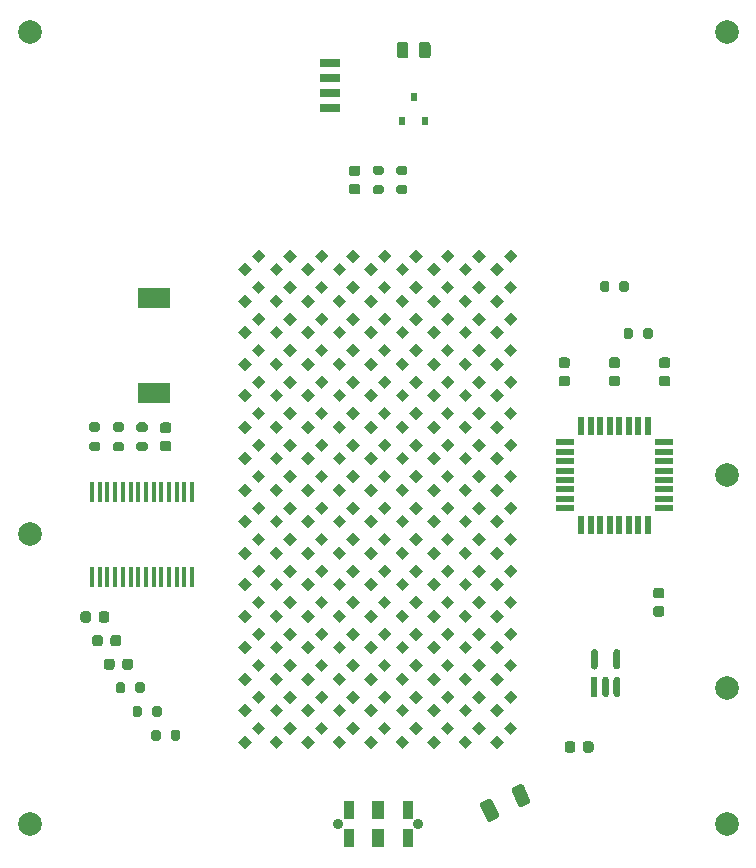
<source format=gbr>
%TF.GenerationSoftware,KiCad,Pcbnew,(5.1.12-1-10_14)*%
%TF.CreationDate,2021-12-01T14:47:09-05:00*%
%TF.ProjectId,blinky,626c696e-6b79-42e6-9b69-6361645f7063,rev?*%
%TF.SameCoordinates,Original*%
%TF.FileFunction,Soldermask,Top*%
%TF.FilePolarity,Negative*%
%FSLAX46Y46*%
G04 Gerber Fmt 4.6, Leading zero omitted, Abs format (unit mm)*
G04 Created by KiCad (PCBNEW (5.1.12-1-10_14)) date 2021-12-01 14:47:09*
%MOMM*%
%LPD*%
G01*
G04 APERTURE LIST*
%ADD10R,0.950000X1.550000*%
%ADD11R,1.000000X1.600000*%
%ADD12C,0.900000*%
%ADD13R,1.800000X0.800000*%
%ADD14C,0.100000*%
%ADD15R,1.500000X0.550000*%
%ADD16R,0.550000X1.500000*%
%ADD17C,2.000000*%
%ADD18R,0.450000X1.750000*%
%ADD19R,0.609807X1.755639*%
%ADD20R,2.692400X1.701800*%
%ADD21R,0.600000X0.700000*%
G04 APERTURE END LIST*
D10*
%TO.C,SW2*%
X192500000Y-109300000D03*
D11*
X190000000Y-109300000D03*
D10*
X187500000Y-109300000D03*
X187500000Y-111700000D03*
D11*
X190000000Y-111700000D03*
D10*
X192500000Y-111700000D03*
D12*
X193400000Y-110500000D03*
X186600000Y-110500000D03*
%TD*%
D13*
%TO.C,U3*%
X185945900Y-46095000D03*
X185945900Y-47365000D03*
X185945900Y-48635000D03*
X185945900Y-49905000D03*
%TD*%
D14*
%TO.C,D3.3*%
G36*
X194705424Y-69475634D02*
G01*
X194139739Y-68909949D01*
X194705424Y-68344264D01*
X195271109Y-68909949D01*
X194705424Y-69475634D01*
G37*
G36*
X195870000Y-68329017D02*
G01*
X195304315Y-67763332D01*
X195870000Y-67197647D01*
X196435685Y-67763332D01*
X195870000Y-68329017D01*
G37*
%TD*%
%TO.C,D9.14*%
G36*
X178705424Y-98808960D02*
G01*
X178139739Y-98243275D01*
X178705424Y-97677590D01*
X179271109Y-98243275D01*
X178705424Y-98808960D01*
G37*
G36*
X179870000Y-97662343D02*
G01*
X179304315Y-97096658D01*
X179870000Y-96530973D01*
X180435685Y-97096658D01*
X179870000Y-97662343D01*
G37*
%TD*%
%TO.C,D9.13*%
G36*
X178705424Y-96142294D02*
G01*
X178139739Y-95576609D01*
X178705424Y-95010924D01*
X179271109Y-95576609D01*
X178705424Y-96142294D01*
G37*
G36*
X179870000Y-94995677D02*
G01*
X179304315Y-94429992D01*
X179870000Y-93864307D01*
X180435685Y-94429992D01*
X179870000Y-94995677D01*
G37*
%TD*%
%TO.C,D9.12*%
G36*
X178705424Y-93475628D02*
G01*
X178139739Y-92909943D01*
X178705424Y-92344258D01*
X179271109Y-92909943D01*
X178705424Y-93475628D01*
G37*
G36*
X179870000Y-92329011D02*
G01*
X179304315Y-91763326D01*
X179870000Y-91197641D01*
X180435685Y-91763326D01*
X179870000Y-92329011D01*
G37*
%TD*%
%TO.C,D9.1*%
G36*
X178705424Y-64142302D02*
G01*
X178139739Y-63576617D01*
X178705424Y-63010932D01*
X179271109Y-63576617D01*
X178705424Y-64142302D01*
G37*
G36*
X179870000Y-62995685D02*
G01*
X179304315Y-62430000D01*
X179870000Y-61864315D01*
X180435685Y-62430000D01*
X179870000Y-62995685D01*
G37*
%TD*%
%TO.C,D9.2*%
G36*
X178705424Y-66808968D02*
G01*
X178139739Y-66243283D01*
X178705424Y-65677598D01*
X179271109Y-66243283D01*
X178705424Y-66808968D01*
G37*
G36*
X179870000Y-65662351D02*
G01*
X179304315Y-65096666D01*
X179870000Y-64530981D01*
X180435685Y-65096666D01*
X179870000Y-65662351D01*
G37*
%TD*%
%TO.C,D9.3*%
G36*
X178705424Y-69475634D02*
G01*
X178139739Y-68909949D01*
X178705424Y-68344264D01*
X179271109Y-68909949D01*
X178705424Y-69475634D01*
G37*
G36*
X179870000Y-68329017D02*
G01*
X179304315Y-67763332D01*
X179870000Y-67197647D01*
X180435685Y-67763332D01*
X179870000Y-68329017D01*
G37*
%TD*%
%TO.C,D9.4*%
G36*
X178705424Y-72142300D02*
G01*
X178139739Y-71576615D01*
X178705424Y-71010930D01*
X179271109Y-71576615D01*
X178705424Y-72142300D01*
G37*
G36*
X179870000Y-70995683D02*
G01*
X179304315Y-70429998D01*
X179870000Y-69864313D01*
X180435685Y-70429998D01*
X179870000Y-70995683D01*
G37*
%TD*%
%TO.C,D9.5*%
G36*
X178705424Y-74808966D02*
G01*
X178139739Y-74243281D01*
X178705424Y-73677596D01*
X179271109Y-74243281D01*
X178705424Y-74808966D01*
G37*
G36*
X179870000Y-73662349D02*
G01*
X179304315Y-73096664D01*
X179870000Y-72530979D01*
X180435685Y-73096664D01*
X179870000Y-73662349D01*
G37*
%TD*%
%TO.C,D9.15*%
G36*
X178705424Y-101475626D02*
G01*
X178139739Y-100909941D01*
X178705424Y-100344256D01*
X179271109Y-100909941D01*
X178705424Y-101475626D01*
G37*
G36*
X179870000Y-100329009D02*
G01*
X179304315Y-99763324D01*
X179870000Y-99197639D01*
X180435685Y-99763324D01*
X179870000Y-100329009D01*
G37*
%TD*%
%TO.C,D9.6*%
G36*
X178705424Y-77475632D02*
G01*
X178139739Y-76909947D01*
X178705424Y-76344262D01*
X179271109Y-76909947D01*
X178705424Y-77475632D01*
G37*
G36*
X179870000Y-76329015D02*
G01*
X179304315Y-75763330D01*
X179870000Y-75197645D01*
X180435685Y-75763330D01*
X179870000Y-76329015D01*
G37*
%TD*%
%TO.C,D9.7*%
G36*
X178705424Y-80142298D02*
G01*
X178139739Y-79576613D01*
X178705424Y-79010928D01*
X179271109Y-79576613D01*
X178705424Y-80142298D01*
G37*
G36*
X179870000Y-78995681D02*
G01*
X179304315Y-78429996D01*
X179870000Y-77864311D01*
X180435685Y-78429996D01*
X179870000Y-78995681D01*
G37*
%TD*%
%TO.C,D9.8*%
G36*
X178705424Y-82808964D02*
G01*
X178139739Y-82243279D01*
X178705424Y-81677594D01*
X179271109Y-82243279D01*
X178705424Y-82808964D01*
G37*
G36*
X179870000Y-81662347D02*
G01*
X179304315Y-81096662D01*
X179870000Y-80530977D01*
X180435685Y-81096662D01*
X179870000Y-81662347D01*
G37*
%TD*%
%TO.C,D9.9*%
G36*
X178705424Y-85475630D02*
G01*
X178139739Y-84909945D01*
X178705424Y-84344260D01*
X179271109Y-84909945D01*
X178705424Y-85475630D01*
G37*
G36*
X179870000Y-84329013D02*
G01*
X179304315Y-83763328D01*
X179870000Y-83197643D01*
X180435685Y-83763328D01*
X179870000Y-84329013D01*
G37*
%TD*%
%TO.C,D9.10*%
G36*
X178705424Y-88142296D02*
G01*
X178139739Y-87576611D01*
X178705424Y-87010926D01*
X179271109Y-87576611D01*
X178705424Y-88142296D01*
G37*
G36*
X179870000Y-86995679D02*
G01*
X179304315Y-86429994D01*
X179870000Y-85864309D01*
X180435685Y-86429994D01*
X179870000Y-86995679D01*
G37*
%TD*%
%TO.C,D9.11*%
G36*
X178705424Y-90808962D02*
G01*
X178139739Y-90243277D01*
X178705424Y-89677592D01*
X179271109Y-90243277D01*
X178705424Y-90808962D01*
G37*
G36*
X179870000Y-89662345D02*
G01*
X179304315Y-89096660D01*
X179870000Y-88530975D01*
X180435685Y-89096660D01*
X179870000Y-89662345D01*
G37*
%TD*%
%TO.C,D9.16*%
G36*
X178705424Y-104142292D02*
G01*
X178139739Y-103576607D01*
X178705424Y-103010922D01*
X179271109Y-103576607D01*
X178705424Y-104142292D01*
G37*
G36*
X179870000Y-102995675D02*
G01*
X179304315Y-102429990D01*
X179870000Y-101864305D01*
X180435685Y-102429990D01*
X179870000Y-102995675D01*
G37*
%TD*%
%TO.C,D8.14*%
G36*
X181375424Y-98808960D02*
G01*
X180809739Y-98243275D01*
X181375424Y-97677590D01*
X181941109Y-98243275D01*
X181375424Y-98808960D01*
G37*
G36*
X182540000Y-97662343D02*
G01*
X181974315Y-97096658D01*
X182540000Y-96530973D01*
X183105685Y-97096658D01*
X182540000Y-97662343D01*
G37*
%TD*%
%TO.C,D8.13*%
G36*
X181375424Y-96142294D02*
G01*
X180809739Y-95576609D01*
X181375424Y-95010924D01*
X181941109Y-95576609D01*
X181375424Y-96142294D01*
G37*
G36*
X182540000Y-94995677D02*
G01*
X181974315Y-94429992D01*
X182540000Y-93864307D01*
X183105685Y-94429992D01*
X182540000Y-94995677D01*
G37*
%TD*%
%TO.C,D8.12*%
G36*
X181375424Y-93475628D02*
G01*
X180809739Y-92909943D01*
X181375424Y-92344258D01*
X181941109Y-92909943D01*
X181375424Y-93475628D01*
G37*
G36*
X182540000Y-92329011D02*
G01*
X181974315Y-91763326D01*
X182540000Y-91197641D01*
X183105685Y-91763326D01*
X182540000Y-92329011D01*
G37*
%TD*%
%TO.C,D8.1*%
G36*
X181375424Y-64142302D02*
G01*
X180809739Y-63576617D01*
X181375424Y-63010932D01*
X181941109Y-63576617D01*
X181375424Y-64142302D01*
G37*
G36*
X182540000Y-62995685D02*
G01*
X181974315Y-62430000D01*
X182540000Y-61864315D01*
X183105685Y-62430000D01*
X182540000Y-62995685D01*
G37*
%TD*%
%TO.C,D8.2*%
G36*
X181375424Y-66808968D02*
G01*
X180809739Y-66243283D01*
X181375424Y-65677598D01*
X181941109Y-66243283D01*
X181375424Y-66808968D01*
G37*
G36*
X182540000Y-65662351D02*
G01*
X181974315Y-65096666D01*
X182540000Y-64530981D01*
X183105685Y-65096666D01*
X182540000Y-65662351D01*
G37*
%TD*%
%TO.C,D8.3*%
G36*
X181375424Y-69475634D02*
G01*
X180809739Y-68909949D01*
X181375424Y-68344264D01*
X181941109Y-68909949D01*
X181375424Y-69475634D01*
G37*
G36*
X182540000Y-68329017D02*
G01*
X181974315Y-67763332D01*
X182540000Y-67197647D01*
X183105685Y-67763332D01*
X182540000Y-68329017D01*
G37*
%TD*%
%TO.C,D8.4*%
G36*
X181375424Y-72142300D02*
G01*
X180809739Y-71576615D01*
X181375424Y-71010930D01*
X181941109Y-71576615D01*
X181375424Y-72142300D01*
G37*
G36*
X182540000Y-70995683D02*
G01*
X181974315Y-70429998D01*
X182540000Y-69864313D01*
X183105685Y-70429998D01*
X182540000Y-70995683D01*
G37*
%TD*%
%TO.C,D8.5*%
G36*
X181375424Y-74808966D02*
G01*
X180809739Y-74243281D01*
X181375424Y-73677596D01*
X181941109Y-74243281D01*
X181375424Y-74808966D01*
G37*
G36*
X182540000Y-73662349D02*
G01*
X181974315Y-73096664D01*
X182540000Y-72530979D01*
X183105685Y-73096664D01*
X182540000Y-73662349D01*
G37*
%TD*%
%TO.C,D8.15*%
G36*
X181375424Y-101475626D02*
G01*
X180809739Y-100909941D01*
X181375424Y-100344256D01*
X181941109Y-100909941D01*
X181375424Y-101475626D01*
G37*
G36*
X182540000Y-100329009D02*
G01*
X181974315Y-99763324D01*
X182540000Y-99197639D01*
X183105685Y-99763324D01*
X182540000Y-100329009D01*
G37*
%TD*%
%TO.C,D8.6*%
G36*
X181375424Y-77475632D02*
G01*
X180809739Y-76909947D01*
X181375424Y-76344262D01*
X181941109Y-76909947D01*
X181375424Y-77475632D01*
G37*
G36*
X182540000Y-76329015D02*
G01*
X181974315Y-75763330D01*
X182540000Y-75197645D01*
X183105685Y-75763330D01*
X182540000Y-76329015D01*
G37*
%TD*%
%TO.C,D8.7*%
G36*
X181375424Y-80142298D02*
G01*
X180809739Y-79576613D01*
X181375424Y-79010928D01*
X181941109Y-79576613D01*
X181375424Y-80142298D01*
G37*
G36*
X182540000Y-78995681D02*
G01*
X181974315Y-78429996D01*
X182540000Y-77864311D01*
X183105685Y-78429996D01*
X182540000Y-78995681D01*
G37*
%TD*%
%TO.C,D8.8*%
G36*
X181375424Y-82808964D02*
G01*
X180809739Y-82243279D01*
X181375424Y-81677594D01*
X181941109Y-82243279D01*
X181375424Y-82808964D01*
G37*
G36*
X182540000Y-81662347D02*
G01*
X181974315Y-81096662D01*
X182540000Y-80530977D01*
X183105685Y-81096662D01*
X182540000Y-81662347D01*
G37*
%TD*%
%TO.C,D8.9*%
G36*
X181375424Y-85475630D02*
G01*
X180809739Y-84909945D01*
X181375424Y-84344260D01*
X181941109Y-84909945D01*
X181375424Y-85475630D01*
G37*
G36*
X182540000Y-84329013D02*
G01*
X181974315Y-83763328D01*
X182540000Y-83197643D01*
X183105685Y-83763328D01*
X182540000Y-84329013D01*
G37*
%TD*%
%TO.C,D8.10*%
G36*
X181375424Y-88142296D02*
G01*
X180809739Y-87576611D01*
X181375424Y-87010926D01*
X181941109Y-87576611D01*
X181375424Y-88142296D01*
G37*
G36*
X182540000Y-86995679D02*
G01*
X181974315Y-86429994D01*
X182540000Y-85864309D01*
X183105685Y-86429994D01*
X182540000Y-86995679D01*
G37*
%TD*%
%TO.C,D8.11*%
G36*
X181375424Y-90808962D02*
G01*
X180809739Y-90243277D01*
X181375424Y-89677592D01*
X181941109Y-90243277D01*
X181375424Y-90808962D01*
G37*
G36*
X182540000Y-89662345D02*
G01*
X181974315Y-89096660D01*
X182540000Y-88530975D01*
X183105685Y-89096660D01*
X182540000Y-89662345D01*
G37*
%TD*%
%TO.C,D8.16*%
G36*
X181375424Y-104142292D02*
G01*
X180809739Y-103576607D01*
X181375424Y-103010922D01*
X181941109Y-103576607D01*
X181375424Y-104142292D01*
G37*
G36*
X182540000Y-102995675D02*
G01*
X181974315Y-102429990D01*
X182540000Y-101864305D01*
X183105685Y-102429990D01*
X182540000Y-102995675D01*
G37*
%TD*%
%TO.C,D7.14*%
G36*
X184045424Y-98808960D02*
G01*
X183479739Y-98243275D01*
X184045424Y-97677590D01*
X184611109Y-98243275D01*
X184045424Y-98808960D01*
G37*
G36*
X185210000Y-97662343D02*
G01*
X184644315Y-97096658D01*
X185210000Y-96530973D01*
X185775685Y-97096658D01*
X185210000Y-97662343D01*
G37*
%TD*%
%TO.C,D7.13*%
G36*
X184045424Y-96142294D02*
G01*
X183479739Y-95576609D01*
X184045424Y-95010924D01*
X184611109Y-95576609D01*
X184045424Y-96142294D01*
G37*
G36*
X185210000Y-94995677D02*
G01*
X184644315Y-94429992D01*
X185210000Y-93864307D01*
X185775685Y-94429992D01*
X185210000Y-94995677D01*
G37*
%TD*%
%TO.C,D7.12*%
G36*
X184045424Y-93475628D02*
G01*
X183479739Y-92909943D01*
X184045424Y-92344258D01*
X184611109Y-92909943D01*
X184045424Y-93475628D01*
G37*
G36*
X185210000Y-92329011D02*
G01*
X184644315Y-91763326D01*
X185210000Y-91197641D01*
X185775685Y-91763326D01*
X185210000Y-92329011D01*
G37*
%TD*%
%TO.C,D7.1*%
G36*
X184045424Y-64142302D02*
G01*
X183479739Y-63576617D01*
X184045424Y-63010932D01*
X184611109Y-63576617D01*
X184045424Y-64142302D01*
G37*
G36*
X185210000Y-62995685D02*
G01*
X184644315Y-62430000D01*
X185210000Y-61864315D01*
X185775685Y-62430000D01*
X185210000Y-62995685D01*
G37*
%TD*%
%TO.C,D7.2*%
G36*
X184045424Y-66808968D02*
G01*
X183479739Y-66243283D01*
X184045424Y-65677598D01*
X184611109Y-66243283D01*
X184045424Y-66808968D01*
G37*
G36*
X185210000Y-65662351D02*
G01*
X184644315Y-65096666D01*
X185210000Y-64530981D01*
X185775685Y-65096666D01*
X185210000Y-65662351D01*
G37*
%TD*%
%TO.C,D7.3*%
G36*
X184045424Y-69475634D02*
G01*
X183479739Y-68909949D01*
X184045424Y-68344264D01*
X184611109Y-68909949D01*
X184045424Y-69475634D01*
G37*
G36*
X185210000Y-68329017D02*
G01*
X184644315Y-67763332D01*
X185210000Y-67197647D01*
X185775685Y-67763332D01*
X185210000Y-68329017D01*
G37*
%TD*%
%TO.C,D7.4*%
G36*
X184045424Y-72142300D02*
G01*
X183479739Y-71576615D01*
X184045424Y-71010930D01*
X184611109Y-71576615D01*
X184045424Y-72142300D01*
G37*
G36*
X185210000Y-70995683D02*
G01*
X184644315Y-70429998D01*
X185210000Y-69864313D01*
X185775685Y-70429998D01*
X185210000Y-70995683D01*
G37*
%TD*%
%TO.C,D7.5*%
G36*
X184045424Y-74808966D02*
G01*
X183479739Y-74243281D01*
X184045424Y-73677596D01*
X184611109Y-74243281D01*
X184045424Y-74808966D01*
G37*
G36*
X185210000Y-73662349D02*
G01*
X184644315Y-73096664D01*
X185210000Y-72530979D01*
X185775685Y-73096664D01*
X185210000Y-73662349D01*
G37*
%TD*%
%TO.C,D7.15*%
G36*
X184045424Y-101475626D02*
G01*
X183479739Y-100909941D01*
X184045424Y-100344256D01*
X184611109Y-100909941D01*
X184045424Y-101475626D01*
G37*
G36*
X185210000Y-100329009D02*
G01*
X184644315Y-99763324D01*
X185210000Y-99197639D01*
X185775685Y-99763324D01*
X185210000Y-100329009D01*
G37*
%TD*%
%TO.C,D7.6*%
G36*
X184045424Y-77475632D02*
G01*
X183479739Y-76909947D01*
X184045424Y-76344262D01*
X184611109Y-76909947D01*
X184045424Y-77475632D01*
G37*
G36*
X185210000Y-76329015D02*
G01*
X184644315Y-75763330D01*
X185210000Y-75197645D01*
X185775685Y-75763330D01*
X185210000Y-76329015D01*
G37*
%TD*%
%TO.C,D7.7*%
G36*
X184045424Y-80142298D02*
G01*
X183479739Y-79576613D01*
X184045424Y-79010928D01*
X184611109Y-79576613D01*
X184045424Y-80142298D01*
G37*
G36*
X185210000Y-78995681D02*
G01*
X184644315Y-78429996D01*
X185210000Y-77864311D01*
X185775685Y-78429996D01*
X185210000Y-78995681D01*
G37*
%TD*%
%TO.C,D7.8*%
G36*
X184045424Y-82808964D02*
G01*
X183479739Y-82243279D01*
X184045424Y-81677594D01*
X184611109Y-82243279D01*
X184045424Y-82808964D01*
G37*
G36*
X185210000Y-81662347D02*
G01*
X184644315Y-81096662D01*
X185210000Y-80530977D01*
X185775685Y-81096662D01*
X185210000Y-81662347D01*
G37*
%TD*%
%TO.C,D7.9*%
G36*
X184045424Y-85475630D02*
G01*
X183479739Y-84909945D01*
X184045424Y-84344260D01*
X184611109Y-84909945D01*
X184045424Y-85475630D01*
G37*
G36*
X185210000Y-84329013D02*
G01*
X184644315Y-83763328D01*
X185210000Y-83197643D01*
X185775685Y-83763328D01*
X185210000Y-84329013D01*
G37*
%TD*%
%TO.C,D7.10*%
G36*
X184045424Y-88142296D02*
G01*
X183479739Y-87576611D01*
X184045424Y-87010926D01*
X184611109Y-87576611D01*
X184045424Y-88142296D01*
G37*
G36*
X185210000Y-86995679D02*
G01*
X184644315Y-86429994D01*
X185210000Y-85864309D01*
X185775685Y-86429994D01*
X185210000Y-86995679D01*
G37*
%TD*%
%TO.C,D7.11*%
G36*
X184045424Y-90808962D02*
G01*
X183479739Y-90243277D01*
X184045424Y-89677592D01*
X184611109Y-90243277D01*
X184045424Y-90808962D01*
G37*
G36*
X185210000Y-89662345D02*
G01*
X184644315Y-89096660D01*
X185210000Y-88530975D01*
X185775685Y-89096660D01*
X185210000Y-89662345D01*
G37*
%TD*%
%TO.C,D7.16*%
G36*
X184045424Y-104142292D02*
G01*
X183479739Y-103576607D01*
X184045424Y-103010922D01*
X184611109Y-103576607D01*
X184045424Y-104142292D01*
G37*
G36*
X185210000Y-102995675D02*
G01*
X184644315Y-102429990D01*
X185210000Y-101864305D01*
X185775685Y-102429990D01*
X185210000Y-102995675D01*
G37*
%TD*%
%TO.C,D6.14*%
G36*
X186705424Y-98808960D02*
G01*
X186139739Y-98243275D01*
X186705424Y-97677590D01*
X187271109Y-98243275D01*
X186705424Y-98808960D01*
G37*
G36*
X187870000Y-97662343D02*
G01*
X187304315Y-97096658D01*
X187870000Y-96530973D01*
X188435685Y-97096658D01*
X187870000Y-97662343D01*
G37*
%TD*%
%TO.C,D6.13*%
G36*
X186705424Y-96142294D02*
G01*
X186139739Y-95576609D01*
X186705424Y-95010924D01*
X187271109Y-95576609D01*
X186705424Y-96142294D01*
G37*
G36*
X187870000Y-94995677D02*
G01*
X187304315Y-94429992D01*
X187870000Y-93864307D01*
X188435685Y-94429992D01*
X187870000Y-94995677D01*
G37*
%TD*%
%TO.C,D6.12*%
G36*
X186705424Y-93475628D02*
G01*
X186139739Y-92909943D01*
X186705424Y-92344258D01*
X187271109Y-92909943D01*
X186705424Y-93475628D01*
G37*
G36*
X187870000Y-92329011D02*
G01*
X187304315Y-91763326D01*
X187870000Y-91197641D01*
X188435685Y-91763326D01*
X187870000Y-92329011D01*
G37*
%TD*%
%TO.C,D6.1*%
G36*
X186705424Y-64142302D02*
G01*
X186139739Y-63576617D01*
X186705424Y-63010932D01*
X187271109Y-63576617D01*
X186705424Y-64142302D01*
G37*
G36*
X187870000Y-62995685D02*
G01*
X187304315Y-62430000D01*
X187870000Y-61864315D01*
X188435685Y-62430000D01*
X187870000Y-62995685D01*
G37*
%TD*%
%TO.C,D6.2*%
G36*
X186705424Y-66808968D02*
G01*
X186139739Y-66243283D01*
X186705424Y-65677598D01*
X187271109Y-66243283D01*
X186705424Y-66808968D01*
G37*
G36*
X187870000Y-65662351D02*
G01*
X187304315Y-65096666D01*
X187870000Y-64530981D01*
X188435685Y-65096666D01*
X187870000Y-65662351D01*
G37*
%TD*%
%TO.C,D6.3*%
G36*
X186705424Y-69475634D02*
G01*
X186139739Y-68909949D01*
X186705424Y-68344264D01*
X187271109Y-68909949D01*
X186705424Y-69475634D01*
G37*
G36*
X187870000Y-68329017D02*
G01*
X187304315Y-67763332D01*
X187870000Y-67197647D01*
X188435685Y-67763332D01*
X187870000Y-68329017D01*
G37*
%TD*%
%TO.C,D6.4*%
G36*
X186705424Y-72142300D02*
G01*
X186139739Y-71576615D01*
X186705424Y-71010930D01*
X187271109Y-71576615D01*
X186705424Y-72142300D01*
G37*
G36*
X187870000Y-70995683D02*
G01*
X187304315Y-70429998D01*
X187870000Y-69864313D01*
X188435685Y-70429998D01*
X187870000Y-70995683D01*
G37*
%TD*%
%TO.C,D6.5*%
G36*
X186705424Y-74808966D02*
G01*
X186139739Y-74243281D01*
X186705424Y-73677596D01*
X187271109Y-74243281D01*
X186705424Y-74808966D01*
G37*
G36*
X187870000Y-73662349D02*
G01*
X187304315Y-73096664D01*
X187870000Y-72530979D01*
X188435685Y-73096664D01*
X187870000Y-73662349D01*
G37*
%TD*%
%TO.C,D6.15*%
G36*
X186705424Y-101475626D02*
G01*
X186139739Y-100909941D01*
X186705424Y-100344256D01*
X187271109Y-100909941D01*
X186705424Y-101475626D01*
G37*
G36*
X187870000Y-100329009D02*
G01*
X187304315Y-99763324D01*
X187870000Y-99197639D01*
X188435685Y-99763324D01*
X187870000Y-100329009D01*
G37*
%TD*%
%TO.C,D6.6*%
G36*
X186705424Y-77475632D02*
G01*
X186139739Y-76909947D01*
X186705424Y-76344262D01*
X187271109Y-76909947D01*
X186705424Y-77475632D01*
G37*
G36*
X187870000Y-76329015D02*
G01*
X187304315Y-75763330D01*
X187870000Y-75197645D01*
X188435685Y-75763330D01*
X187870000Y-76329015D01*
G37*
%TD*%
%TO.C,D6.7*%
G36*
X186705424Y-80142298D02*
G01*
X186139739Y-79576613D01*
X186705424Y-79010928D01*
X187271109Y-79576613D01*
X186705424Y-80142298D01*
G37*
G36*
X187870000Y-78995681D02*
G01*
X187304315Y-78429996D01*
X187870000Y-77864311D01*
X188435685Y-78429996D01*
X187870000Y-78995681D01*
G37*
%TD*%
%TO.C,D6.8*%
G36*
X186705424Y-82808964D02*
G01*
X186139739Y-82243279D01*
X186705424Y-81677594D01*
X187271109Y-82243279D01*
X186705424Y-82808964D01*
G37*
G36*
X187870000Y-81662347D02*
G01*
X187304315Y-81096662D01*
X187870000Y-80530977D01*
X188435685Y-81096662D01*
X187870000Y-81662347D01*
G37*
%TD*%
%TO.C,D6.9*%
G36*
X186705424Y-85475630D02*
G01*
X186139739Y-84909945D01*
X186705424Y-84344260D01*
X187271109Y-84909945D01*
X186705424Y-85475630D01*
G37*
G36*
X187870000Y-84329013D02*
G01*
X187304315Y-83763328D01*
X187870000Y-83197643D01*
X188435685Y-83763328D01*
X187870000Y-84329013D01*
G37*
%TD*%
%TO.C,D6.10*%
G36*
X186705424Y-88142296D02*
G01*
X186139739Y-87576611D01*
X186705424Y-87010926D01*
X187271109Y-87576611D01*
X186705424Y-88142296D01*
G37*
G36*
X187870000Y-86995679D02*
G01*
X187304315Y-86429994D01*
X187870000Y-85864309D01*
X188435685Y-86429994D01*
X187870000Y-86995679D01*
G37*
%TD*%
%TO.C,D6.11*%
G36*
X186705424Y-90808962D02*
G01*
X186139739Y-90243277D01*
X186705424Y-89677592D01*
X187271109Y-90243277D01*
X186705424Y-90808962D01*
G37*
G36*
X187870000Y-89662345D02*
G01*
X187304315Y-89096660D01*
X187870000Y-88530975D01*
X188435685Y-89096660D01*
X187870000Y-89662345D01*
G37*
%TD*%
%TO.C,D6.16*%
G36*
X186705424Y-104142292D02*
G01*
X186139739Y-103576607D01*
X186705424Y-103010922D01*
X187271109Y-103576607D01*
X186705424Y-104142292D01*
G37*
G36*
X187870000Y-102995675D02*
G01*
X187304315Y-102429990D01*
X187870000Y-101864305D01*
X188435685Y-102429990D01*
X187870000Y-102995675D01*
G37*
%TD*%
%TO.C,D5.14*%
G36*
X189375424Y-98808960D02*
G01*
X188809739Y-98243275D01*
X189375424Y-97677590D01*
X189941109Y-98243275D01*
X189375424Y-98808960D01*
G37*
G36*
X190540000Y-97662343D02*
G01*
X189974315Y-97096658D01*
X190540000Y-96530973D01*
X191105685Y-97096658D01*
X190540000Y-97662343D01*
G37*
%TD*%
%TO.C,D5.13*%
G36*
X189375424Y-96142294D02*
G01*
X188809739Y-95576609D01*
X189375424Y-95010924D01*
X189941109Y-95576609D01*
X189375424Y-96142294D01*
G37*
G36*
X190540000Y-94995677D02*
G01*
X189974315Y-94429992D01*
X190540000Y-93864307D01*
X191105685Y-94429992D01*
X190540000Y-94995677D01*
G37*
%TD*%
%TO.C,D5.12*%
G36*
X189375424Y-93475628D02*
G01*
X188809739Y-92909943D01*
X189375424Y-92344258D01*
X189941109Y-92909943D01*
X189375424Y-93475628D01*
G37*
G36*
X190540000Y-92329011D02*
G01*
X189974315Y-91763326D01*
X190540000Y-91197641D01*
X191105685Y-91763326D01*
X190540000Y-92329011D01*
G37*
%TD*%
%TO.C,D5.1*%
G36*
X189375424Y-64142302D02*
G01*
X188809739Y-63576617D01*
X189375424Y-63010932D01*
X189941109Y-63576617D01*
X189375424Y-64142302D01*
G37*
G36*
X190540000Y-62995685D02*
G01*
X189974315Y-62430000D01*
X190540000Y-61864315D01*
X191105685Y-62430000D01*
X190540000Y-62995685D01*
G37*
%TD*%
%TO.C,D5.2*%
G36*
X189375424Y-66808968D02*
G01*
X188809739Y-66243283D01*
X189375424Y-65677598D01*
X189941109Y-66243283D01*
X189375424Y-66808968D01*
G37*
G36*
X190540000Y-65662351D02*
G01*
X189974315Y-65096666D01*
X190540000Y-64530981D01*
X191105685Y-65096666D01*
X190540000Y-65662351D01*
G37*
%TD*%
%TO.C,D5.3*%
G36*
X189375424Y-69475634D02*
G01*
X188809739Y-68909949D01*
X189375424Y-68344264D01*
X189941109Y-68909949D01*
X189375424Y-69475634D01*
G37*
G36*
X190540000Y-68329017D02*
G01*
X189974315Y-67763332D01*
X190540000Y-67197647D01*
X191105685Y-67763332D01*
X190540000Y-68329017D01*
G37*
%TD*%
%TO.C,D5.4*%
G36*
X189375424Y-72142300D02*
G01*
X188809739Y-71576615D01*
X189375424Y-71010930D01*
X189941109Y-71576615D01*
X189375424Y-72142300D01*
G37*
G36*
X190540000Y-70995683D02*
G01*
X189974315Y-70429998D01*
X190540000Y-69864313D01*
X191105685Y-70429998D01*
X190540000Y-70995683D01*
G37*
%TD*%
%TO.C,D5.5*%
G36*
X189375424Y-74808966D02*
G01*
X188809739Y-74243281D01*
X189375424Y-73677596D01*
X189941109Y-74243281D01*
X189375424Y-74808966D01*
G37*
G36*
X190540000Y-73662349D02*
G01*
X189974315Y-73096664D01*
X190540000Y-72530979D01*
X191105685Y-73096664D01*
X190540000Y-73662349D01*
G37*
%TD*%
%TO.C,D5.15*%
G36*
X189375424Y-101475626D02*
G01*
X188809739Y-100909941D01*
X189375424Y-100344256D01*
X189941109Y-100909941D01*
X189375424Y-101475626D01*
G37*
G36*
X190540000Y-100329009D02*
G01*
X189974315Y-99763324D01*
X190540000Y-99197639D01*
X191105685Y-99763324D01*
X190540000Y-100329009D01*
G37*
%TD*%
%TO.C,D5.6*%
G36*
X189375424Y-77475632D02*
G01*
X188809739Y-76909947D01*
X189375424Y-76344262D01*
X189941109Y-76909947D01*
X189375424Y-77475632D01*
G37*
G36*
X190540000Y-76329015D02*
G01*
X189974315Y-75763330D01*
X190540000Y-75197645D01*
X191105685Y-75763330D01*
X190540000Y-76329015D01*
G37*
%TD*%
%TO.C,D5.7*%
G36*
X189375424Y-80142298D02*
G01*
X188809739Y-79576613D01*
X189375424Y-79010928D01*
X189941109Y-79576613D01*
X189375424Y-80142298D01*
G37*
G36*
X190540000Y-78995681D02*
G01*
X189974315Y-78429996D01*
X190540000Y-77864311D01*
X191105685Y-78429996D01*
X190540000Y-78995681D01*
G37*
%TD*%
%TO.C,D5.8*%
G36*
X189375424Y-82808964D02*
G01*
X188809739Y-82243279D01*
X189375424Y-81677594D01*
X189941109Y-82243279D01*
X189375424Y-82808964D01*
G37*
G36*
X190540000Y-81662347D02*
G01*
X189974315Y-81096662D01*
X190540000Y-80530977D01*
X191105685Y-81096662D01*
X190540000Y-81662347D01*
G37*
%TD*%
%TO.C,D5.9*%
G36*
X189375424Y-85475630D02*
G01*
X188809739Y-84909945D01*
X189375424Y-84344260D01*
X189941109Y-84909945D01*
X189375424Y-85475630D01*
G37*
G36*
X190540000Y-84329013D02*
G01*
X189974315Y-83763328D01*
X190540000Y-83197643D01*
X191105685Y-83763328D01*
X190540000Y-84329013D01*
G37*
%TD*%
%TO.C,D5.10*%
G36*
X189375424Y-88142296D02*
G01*
X188809739Y-87576611D01*
X189375424Y-87010926D01*
X189941109Y-87576611D01*
X189375424Y-88142296D01*
G37*
G36*
X190540000Y-86995679D02*
G01*
X189974315Y-86429994D01*
X190540000Y-85864309D01*
X191105685Y-86429994D01*
X190540000Y-86995679D01*
G37*
%TD*%
%TO.C,D5.11*%
G36*
X189375424Y-90808962D02*
G01*
X188809739Y-90243277D01*
X189375424Y-89677592D01*
X189941109Y-90243277D01*
X189375424Y-90808962D01*
G37*
G36*
X190540000Y-89662345D02*
G01*
X189974315Y-89096660D01*
X190540000Y-88530975D01*
X191105685Y-89096660D01*
X190540000Y-89662345D01*
G37*
%TD*%
%TO.C,D5.16*%
G36*
X189375424Y-104142292D02*
G01*
X188809739Y-103576607D01*
X189375424Y-103010922D01*
X189941109Y-103576607D01*
X189375424Y-104142292D01*
G37*
G36*
X190540000Y-102995675D02*
G01*
X189974315Y-102429990D01*
X190540000Y-101864305D01*
X191105685Y-102429990D01*
X190540000Y-102995675D01*
G37*
%TD*%
%TO.C,D4.14*%
G36*
X192045424Y-98808960D02*
G01*
X191479739Y-98243275D01*
X192045424Y-97677590D01*
X192611109Y-98243275D01*
X192045424Y-98808960D01*
G37*
G36*
X193210000Y-97662343D02*
G01*
X192644315Y-97096658D01*
X193210000Y-96530973D01*
X193775685Y-97096658D01*
X193210000Y-97662343D01*
G37*
%TD*%
%TO.C,D4.13*%
G36*
X192045424Y-96142294D02*
G01*
X191479739Y-95576609D01*
X192045424Y-95010924D01*
X192611109Y-95576609D01*
X192045424Y-96142294D01*
G37*
G36*
X193210000Y-94995677D02*
G01*
X192644315Y-94429992D01*
X193210000Y-93864307D01*
X193775685Y-94429992D01*
X193210000Y-94995677D01*
G37*
%TD*%
%TO.C,D4.12*%
G36*
X192045424Y-93475628D02*
G01*
X191479739Y-92909943D01*
X192045424Y-92344258D01*
X192611109Y-92909943D01*
X192045424Y-93475628D01*
G37*
G36*
X193210000Y-92329011D02*
G01*
X192644315Y-91763326D01*
X193210000Y-91197641D01*
X193775685Y-91763326D01*
X193210000Y-92329011D01*
G37*
%TD*%
%TO.C,D4.1*%
G36*
X192045424Y-64142302D02*
G01*
X191479739Y-63576617D01*
X192045424Y-63010932D01*
X192611109Y-63576617D01*
X192045424Y-64142302D01*
G37*
G36*
X193210000Y-62995685D02*
G01*
X192644315Y-62430000D01*
X193210000Y-61864315D01*
X193775685Y-62430000D01*
X193210000Y-62995685D01*
G37*
%TD*%
%TO.C,D4.2*%
G36*
X192045424Y-66808968D02*
G01*
X191479739Y-66243283D01*
X192045424Y-65677598D01*
X192611109Y-66243283D01*
X192045424Y-66808968D01*
G37*
G36*
X193210000Y-65662351D02*
G01*
X192644315Y-65096666D01*
X193210000Y-64530981D01*
X193775685Y-65096666D01*
X193210000Y-65662351D01*
G37*
%TD*%
%TO.C,D4.3*%
G36*
X192045424Y-69475634D02*
G01*
X191479739Y-68909949D01*
X192045424Y-68344264D01*
X192611109Y-68909949D01*
X192045424Y-69475634D01*
G37*
G36*
X193210000Y-68329017D02*
G01*
X192644315Y-67763332D01*
X193210000Y-67197647D01*
X193775685Y-67763332D01*
X193210000Y-68329017D01*
G37*
%TD*%
%TO.C,D4.4*%
G36*
X192045424Y-72142300D02*
G01*
X191479739Y-71576615D01*
X192045424Y-71010930D01*
X192611109Y-71576615D01*
X192045424Y-72142300D01*
G37*
G36*
X193210000Y-70995683D02*
G01*
X192644315Y-70429998D01*
X193210000Y-69864313D01*
X193775685Y-70429998D01*
X193210000Y-70995683D01*
G37*
%TD*%
%TO.C,D4.5*%
G36*
X192045424Y-74808966D02*
G01*
X191479739Y-74243281D01*
X192045424Y-73677596D01*
X192611109Y-74243281D01*
X192045424Y-74808966D01*
G37*
G36*
X193210000Y-73662349D02*
G01*
X192644315Y-73096664D01*
X193210000Y-72530979D01*
X193775685Y-73096664D01*
X193210000Y-73662349D01*
G37*
%TD*%
%TO.C,D4.15*%
G36*
X192045424Y-101475626D02*
G01*
X191479739Y-100909941D01*
X192045424Y-100344256D01*
X192611109Y-100909941D01*
X192045424Y-101475626D01*
G37*
G36*
X193210000Y-100329009D02*
G01*
X192644315Y-99763324D01*
X193210000Y-99197639D01*
X193775685Y-99763324D01*
X193210000Y-100329009D01*
G37*
%TD*%
%TO.C,D4.6*%
G36*
X192045424Y-77475632D02*
G01*
X191479739Y-76909947D01*
X192045424Y-76344262D01*
X192611109Y-76909947D01*
X192045424Y-77475632D01*
G37*
G36*
X193210000Y-76329015D02*
G01*
X192644315Y-75763330D01*
X193210000Y-75197645D01*
X193775685Y-75763330D01*
X193210000Y-76329015D01*
G37*
%TD*%
%TO.C,D4.7*%
G36*
X192045424Y-80142298D02*
G01*
X191479739Y-79576613D01*
X192045424Y-79010928D01*
X192611109Y-79576613D01*
X192045424Y-80142298D01*
G37*
G36*
X193210000Y-78995681D02*
G01*
X192644315Y-78429996D01*
X193210000Y-77864311D01*
X193775685Y-78429996D01*
X193210000Y-78995681D01*
G37*
%TD*%
%TO.C,D4.8*%
G36*
X192045424Y-82808964D02*
G01*
X191479739Y-82243279D01*
X192045424Y-81677594D01*
X192611109Y-82243279D01*
X192045424Y-82808964D01*
G37*
G36*
X193210000Y-81662347D02*
G01*
X192644315Y-81096662D01*
X193210000Y-80530977D01*
X193775685Y-81096662D01*
X193210000Y-81662347D01*
G37*
%TD*%
%TO.C,D4.9*%
G36*
X192045424Y-85475630D02*
G01*
X191479739Y-84909945D01*
X192045424Y-84344260D01*
X192611109Y-84909945D01*
X192045424Y-85475630D01*
G37*
G36*
X193210000Y-84329013D02*
G01*
X192644315Y-83763328D01*
X193210000Y-83197643D01*
X193775685Y-83763328D01*
X193210000Y-84329013D01*
G37*
%TD*%
%TO.C,D4.10*%
G36*
X192045424Y-88142296D02*
G01*
X191479739Y-87576611D01*
X192045424Y-87010926D01*
X192611109Y-87576611D01*
X192045424Y-88142296D01*
G37*
G36*
X193210000Y-86995679D02*
G01*
X192644315Y-86429994D01*
X193210000Y-85864309D01*
X193775685Y-86429994D01*
X193210000Y-86995679D01*
G37*
%TD*%
%TO.C,D4.11*%
G36*
X192045424Y-90808962D02*
G01*
X191479739Y-90243277D01*
X192045424Y-89677592D01*
X192611109Y-90243277D01*
X192045424Y-90808962D01*
G37*
G36*
X193210000Y-89662345D02*
G01*
X192644315Y-89096660D01*
X193210000Y-88530975D01*
X193775685Y-89096660D01*
X193210000Y-89662345D01*
G37*
%TD*%
%TO.C,D4.16*%
G36*
X192045424Y-104142292D02*
G01*
X191479739Y-103576607D01*
X192045424Y-103010922D01*
X192611109Y-103576607D01*
X192045424Y-104142292D01*
G37*
G36*
X193210000Y-102995675D02*
G01*
X192644315Y-102429990D01*
X193210000Y-101864305D01*
X193775685Y-102429990D01*
X193210000Y-102995675D01*
G37*
%TD*%
%TO.C,D3.14*%
G36*
X194705424Y-98808960D02*
G01*
X194139739Y-98243275D01*
X194705424Y-97677590D01*
X195271109Y-98243275D01*
X194705424Y-98808960D01*
G37*
G36*
X195870000Y-97662343D02*
G01*
X195304315Y-97096658D01*
X195870000Y-96530973D01*
X196435685Y-97096658D01*
X195870000Y-97662343D01*
G37*
%TD*%
%TO.C,D3.13*%
G36*
X194705424Y-96142294D02*
G01*
X194139739Y-95576609D01*
X194705424Y-95010924D01*
X195271109Y-95576609D01*
X194705424Y-96142294D01*
G37*
G36*
X195870000Y-94995677D02*
G01*
X195304315Y-94429992D01*
X195870000Y-93864307D01*
X196435685Y-94429992D01*
X195870000Y-94995677D01*
G37*
%TD*%
%TO.C,D3.12*%
G36*
X194705424Y-93475628D02*
G01*
X194139739Y-92909943D01*
X194705424Y-92344258D01*
X195271109Y-92909943D01*
X194705424Y-93475628D01*
G37*
G36*
X195870000Y-92329011D02*
G01*
X195304315Y-91763326D01*
X195870000Y-91197641D01*
X196435685Y-91763326D01*
X195870000Y-92329011D01*
G37*
%TD*%
%TO.C,D3.1*%
G36*
X194705424Y-64142302D02*
G01*
X194139739Y-63576617D01*
X194705424Y-63010932D01*
X195271109Y-63576617D01*
X194705424Y-64142302D01*
G37*
G36*
X195870000Y-62995685D02*
G01*
X195304315Y-62430000D01*
X195870000Y-61864315D01*
X196435685Y-62430000D01*
X195870000Y-62995685D01*
G37*
%TD*%
%TO.C,D3.2*%
G36*
X194705424Y-66808968D02*
G01*
X194139739Y-66243283D01*
X194705424Y-65677598D01*
X195271109Y-66243283D01*
X194705424Y-66808968D01*
G37*
G36*
X195870000Y-65662351D02*
G01*
X195304315Y-65096666D01*
X195870000Y-64530981D01*
X196435685Y-65096666D01*
X195870000Y-65662351D01*
G37*
%TD*%
%TO.C,D3.4*%
G36*
X194705424Y-72142300D02*
G01*
X194139739Y-71576615D01*
X194705424Y-71010930D01*
X195271109Y-71576615D01*
X194705424Y-72142300D01*
G37*
G36*
X195870000Y-70995683D02*
G01*
X195304315Y-70429998D01*
X195870000Y-69864313D01*
X196435685Y-70429998D01*
X195870000Y-70995683D01*
G37*
%TD*%
%TO.C,D3.5*%
G36*
X194705424Y-74808966D02*
G01*
X194139739Y-74243281D01*
X194705424Y-73677596D01*
X195271109Y-74243281D01*
X194705424Y-74808966D01*
G37*
G36*
X195870000Y-73662349D02*
G01*
X195304315Y-73096664D01*
X195870000Y-72530979D01*
X196435685Y-73096664D01*
X195870000Y-73662349D01*
G37*
%TD*%
%TO.C,D3.15*%
G36*
X194705424Y-101475626D02*
G01*
X194139739Y-100909941D01*
X194705424Y-100344256D01*
X195271109Y-100909941D01*
X194705424Y-101475626D01*
G37*
G36*
X195870000Y-100329009D02*
G01*
X195304315Y-99763324D01*
X195870000Y-99197639D01*
X196435685Y-99763324D01*
X195870000Y-100329009D01*
G37*
%TD*%
%TO.C,D3.6*%
G36*
X194705424Y-77475632D02*
G01*
X194139739Y-76909947D01*
X194705424Y-76344262D01*
X195271109Y-76909947D01*
X194705424Y-77475632D01*
G37*
G36*
X195870000Y-76329015D02*
G01*
X195304315Y-75763330D01*
X195870000Y-75197645D01*
X196435685Y-75763330D01*
X195870000Y-76329015D01*
G37*
%TD*%
%TO.C,D3.7*%
G36*
X194705424Y-80142298D02*
G01*
X194139739Y-79576613D01*
X194705424Y-79010928D01*
X195271109Y-79576613D01*
X194705424Y-80142298D01*
G37*
G36*
X195870000Y-78995681D02*
G01*
X195304315Y-78429996D01*
X195870000Y-77864311D01*
X196435685Y-78429996D01*
X195870000Y-78995681D01*
G37*
%TD*%
%TO.C,D3.8*%
G36*
X194705424Y-82808964D02*
G01*
X194139739Y-82243279D01*
X194705424Y-81677594D01*
X195271109Y-82243279D01*
X194705424Y-82808964D01*
G37*
G36*
X195870000Y-81662347D02*
G01*
X195304315Y-81096662D01*
X195870000Y-80530977D01*
X196435685Y-81096662D01*
X195870000Y-81662347D01*
G37*
%TD*%
%TO.C,D3.9*%
G36*
X194705424Y-85475630D02*
G01*
X194139739Y-84909945D01*
X194705424Y-84344260D01*
X195271109Y-84909945D01*
X194705424Y-85475630D01*
G37*
G36*
X195870000Y-84329013D02*
G01*
X195304315Y-83763328D01*
X195870000Y-83197643D01*
X196435685Y-83763328D01*
X195870000Y-84329013D01*
G37*
%TD*%
%TO.C,D3.10*%
G36*
X194705424Y-88142296D02*
G01*
X194139739Y-87576611D01*
X194705424Y-87010926D01*
X195271109Y-87576611D01*
X194705424Y-88142296D01*
G37*
G36*
X195870000Y-86995679D02*
G01*
X195304315Y-86429994D01*
X195870000Y-85864309D01*
X196435685Y-86429994D01*
X195870000Y-86995679D01*
G37*
%TD*%
%TO.C,D3.11*%
G36*
X194705424Y-90808962D02*
G01*
X194139739Y-90243277D01*
X194705424Y-89677592D01*
X195271109Y-90243277D01*
X194705424Y-90808962D01*
G37*
G36*
X195870000Y-89662345D02*
G01*
X195304315Y-89096660D01*
X195870000Y-88530975D01*
X196435685Y-89096660D01*
X195870000Y-89662345D01*
G37*
%TD*%
%TO.C,D3.16*%
G36*
X194705424Y-104142292D02*
G01*
X194139739Y-103576607D01*
X194705424Y-103010922D01*
X195271109Y-103576607D01*
X194705424Y-104142292D01*
G37*
G36*
X195870000Y-102995675D02*
G01*
X195304315Y-102429990D01*
X195870000Y-101864305D01*
X196435685Y-102429990D01*
X195870000Y-102995675D01*
G37*
%TD*%
%TO.C,D2.16*%
G36*
X197375424Y-104142292D02*
G01*
X196809739Y-103576607D01*
X197375424Y-103010922D01*
X197941109Y-103576607D01*
X197375424Y-104142292D01*
G37*
G36*
X198540000Y-102995675D02*
G01*
X197974315Y-102429990D01*
X198540000Y-101864305D01*
X199105685Y-102429990D01*
X198540000Y-102995675D01*
G37*
%TD*%
%TO.C,D2.9*%
G36*
X197375424Y-85475630D02*
G01*
X196809739Y-84909945D01*
X197375424Y-84344260D01*
X197941109Y-84909945D01*
X197375424Y-85475630D01*
G37*
G36*
X198540000Y-84329013D02*
G01*
X197974315Y-83763328D01*
X198540000Y-83197643D01*
X199105685Y-83763328D01*
X198540000Y-84329013D01*
G37*
%TD*%
%TO.C,D2.8*%
G36*
X197375424Y-82808964D02*
G01*
X196809739Y-82243279D01*
X197375424Y-81677594D01*
X197941109Y-82243279D01*
X197375424Y-82808964D01*
G37*
G36*
X198540000Y-81662347D02*
G01*
X197974315Y-81096662D01*
X198540000Y-80530977D01*
X199105685Y-81096662D01*
X198540000Y-81662347D01*
G37*
%TD*%
%TO.C,D2.7*%
G36*
X197375424Y-80142298D02*
G01*
X196809739Y-79576613D01*
X197375424Y-79010928D01*
X197941109Y-79576613D01*
X197375424Y-80142298D01*
G37*
G36*
X198540000Y-78995681D02*
G01*
X197974315Y-78429996D01*
X198540000Y-77864311D01*
X199105685Y-78429996D01*
X198540000Y-78995681D01*
G37*
%TD*%
%TO.C,D2.6*%
G36*
X197375424Y-77475632D02*
G01*
X196809739Y-76909947D01*
X197375424Y-76344262D01*
X197941109Y-76909947D01*
X197375424Y-77475632D01*
G37*
G36*
X198540000Y-76329015D02*
G01*
X197974315Y-75763330D01*
X198540000Y-75197645D01*
X199105685Y-75763330D01*
X198540000Y-76329015D01*
G37*
%TD*%
%TO.C,D2.5*%
G36*
X197375424Y-74808966D02*
G01*
X196809739Y-74243281D01*
X197375424Y-73677596D01*
X197941109Y-74243281D01*
X197375424Y-74808966D01*
G37*
G36*
X198540000Y-73662349D02*
G01*
X197974315Y-73096664D01*
X198540000Y-72530979D01*
X199105685Y-73096664D01*
X198540000Y-73662349D01*
G37*
%TD*%
%TO.C,D2.4*%
G36*
X197375424Y-72142300D02*
G01*
X196809739Y-71576615D01*
X197375424Y-71010930D01*
X197941109Y-71576615D01*
X197375424Y-72142300D01*
G37*
G36*
X198540000Y-70995683D02*
G01*
X197974315Y-70429998D01*
X198540000Y-69864313D01*
X199105685Y-70429998D01*
X198540000Y-70995683D01*
G37*
%TD*%
%TO.C,D2.12*%
G36*
X197375424Y-93475628D02*
G01*
X196809739Y-92909943D01*
X197375424Y-92344258D01*
X197941109Y-92909943D01*
X197375424Y-93475628D01*
G37*
G36*
X198540000Y-92329011D02*
G01*
X197974315Y-91763326D01*
X198540000Y-91197641D01*
X199105685Y-91763326D01*
X198540000Y-92329011D01*
G37*
%TD*%
%TO.C,D2.15*%
G36*
X197375424Y-101475626D02*
G01*
X196809739Y-100909941D01*
X197375424Y-100344256D01*
X197941109Y-100909941D01*
X197375424Y-101475626D01*
G37*
G36*
X198540000Y-100329009D02*
G01*
X197974315Y-99763324D01*
X198540000Y-99197639D01*
X199105685Y-99763324D01*
X198540000Y-100329009D01*
G37*
%TD*%
%TO.C,D2.10*%
G36*
X197375424Y-88142296D02*
G01*
X196809739Y-87576611D01*
X197375424Y-87010926D01*
X197941109Y-87576611D01*
X197375424Y-88142296D01*
G37*
G36*
X198540000Y-86995679D02*
G01*
X197974315Y-86429994D01*
X198540000Y-85864309D01*
X199105685Y-86429994D01*
X198540000Y-86995679D01*
G37*
%TD*%
%TO.C,D2.13*%
G36*
X197375424Y-96142294D02*
G01*
X196809739Y-95576609D01*
X197375424Y-95010924D01*
X197941109Y-95576609D01*
X197375424Y-96142294D01*
G37*
G36*
X198540000Y-94995677D02*
G01*
X197974315Y-94429992D01*
X198540000Y-93864307D01*
X199105685Y-94429992D01*
X198540000Y-94995677D01*
G37*
%TD*%
%TO.C,D2.3*%
G36*
X197375424Y-69475634D02*
G01*
X196809739Y-68909949D01*
X197375424Y-68344264D01*
X197941109Y-68909949D01*
X197375424Y-69475634D01*
G37*
G36*
X198540000Y-68329017D02*
G01*
X197974315Y-67763332D01*
X198540000Y-67197647D01*
X199105685Y-67763332D01*
X198540000Y-68329017D01*
G37*
%TD*%
%TO.C,D2.2*%
G36*
X197375424Y-66808968D02*
G01*
X196809739Y-66243283D01*
X197375424Y-65677598D01*
X197941109Y-66243283D01*
X197375424Y-66808968D01*
G37*
G36*
X198540000Y-65662351D02*
G01*
X197974315Y-65096666D01*
X198540000Y-64530981D01*
X199105685Y-65096666D01*
X198540000Y-65662351D01*
G37*
%TD*%
%TO.C,D2.1*%
G36*
X197375424Y-64142302D02*
G01*
X196809739Y-63576617D01*
X197375424Y-63010932D01*
X197941109Y-63576617D01*
X197375424Y-64142302D01*
G37*
G36*
X198540000Y-62995685D02*
G01*
X197974315Y-62430000D01*
X198540000Y-61864315D01*
X199105685Y-62430000D01*
X198540000Y-62995685D01*
G37*
%TD*%
%TO.C,D2.14*%
G36*
X197375424Y-98808960D02*
G01*
X196809739Y-98243275D01*
X197375424Y-97677590D01*
X197941109Y-98243275D01*
X197375424Y-98808960D01*
G37*
G36*
X198540000Y-97662343D02*
G01*
X197974315Y-97096658D01*
X198540000Y-96530973D01*
X199105685Y-97096658D01*
X198540000Y-97662343D01*
G37*
%TD*%
%TO.C,D2.11*%
G36*
X197375424Y-90808962D02*
G01*
X196809739Y-90243277D01*
X197375424Y-89677592D01*
X197941109Y-90243277D01*
X197375424Y-90808962D01*
G37*
G36*
X198540000Y-89662345D02*
G01*
X197974315Y-89096660D01*
X198540000Y-88530975D01*
X199105685Y-89096660D01*
X198540000Y-89662345D01*
G37*
%TD*%
%TO.C,D1.2*%
G36*
X200045424Y-66808968D02*
G01*
X199479739Y-66243283D01*
X200045424Y-65677598D01*
X200611109Y-66243283D01*
X200045424Y-66808968D01*
G37*
G36*
X201210000Y-65662351D02*
G01*
X200644315Y-65096666D01*
X201210000Y-64530981D01*
X201775685Y-65096666D01*
X201210000Y-65662351D01*
G37*
%TD*%
%TO.C,D1.16*%
G36*
X200045424Y-104142292D02*
G01*
X199479739Y-103576607D01*
X200045424Y-103010922D01*
X200611109Y-103576607D01*
X200045424Y-104142292D01*
G37*
G36*
X201210000Y-102995675D02*
G01*
X200644315Y-102429990D01*
X201210000Y-101864305D01*
X201775685Y-102429990D01*
X201210000Y-102995675D01*
G37*
%TD*%
%TO.C,D1.3*%
G36*
X200045424Y-69475634D02*
G01*
X199479739Y-68909949D01*
X200045424Y-68344264D01*
X200611109Y-68909949D01*
X200045424Y-69475634D01*
G37*
G36*
X201210000Y-68329017D02*
G01*
X200644315Y-67763332D01*
X201210000Y-67197647D01*
X201775685Y-67763332D01*
X201210000Y-68329017D01*
G37*
%TD*%
%TO.C,D1.4*%
G36*
X200045424Y-72142300D02*
G01*
X199479739Y-71576615D01*
X200045424Y-71010930D01*
X200611109Y-71576615D01*
X200045424Y-72142300D01*
G37*
G36*
X201210000Y-70995683D02*
G01*
X200644315Y-70429998D01*
X201210000Y-69864313D01*
X201775685Y-70429998D01*
X201210000Y-70995683D01*
G37*
%TD*%
%TO.C,D1.5*%
G36*
X200045424Y-74808966D02*
G01*
X199479739Y-74243281D01*
X200045424Y-73677596D01*
X200611109Y-74243281D01*
X200045424Y-74808966D01*
G37*
G36*
X201210000Y-73662349D02*
G01*
X200644315Y-73096664D01*
X201210000Y-72530979D01*
X201775685Y-73096664D01*
X201210000Y-73662349D01*
G37*
%TD*%
%TO.C,D1.15*%
G36*
X200045424Y-101475626D02*
G01*
X199479739Y-100909941D01*
X200045424Y-100344256D01*
X200611109Y-100909941D01*
X200045424Y-101475626D01*
G37*
G36*
X201210000Y-100329009D02*
G01*
X200644315Y-99763324D01*
X201210000Y-99197639D01*
X201775685Y-99763324D01*
X201210000Y-100329009D01*
G37*
%TD*%
%TO.C,D1.6*%
G36*
X200045424Y-77475632D02*
G01*
X199479739Y-76909947D01*
X200045424Y-76344262D01*
X200611109Y-76909947D01*
X200045424Y-77475632D01*
G37*
G36*
X201210000Y-76329015D02*
G01*
X200644315Y-75763330D01*
X201210000Y-75197645D01*
X201775685Y-75763330D01*
X201210000Y-76329015D01*
G37*
%TD*%
%TO.C,D1.7*%
G36*
X200045424Y-80142298D02*
G01*
X199479739Y-79576613D01*
X200045424Y-79010928D01*
X200611109Y-79576613D01*
X200045424Y-80142298D01*
G37*
G36*
X201210000Y-78995681D02*
G01*
X200644315Y-78429996D01*
X201210000Y-77864311D01*
X201775685Y-78429996D01*
X201210000Y-78995681D01*
G37*
%TD*%
%TO.C,D1.8*%
G36*
X200045424Y-82808964D02*
G01*
X199479739Y-82243279D01*
X200045424Y-81677594D01*
X200611109Y-82243279D01*
X200045424Y-82808964D01*
G37*
G36*
X201210000Y-81662347D02*
G01*
X200644315Y-81096662D01*
X201210000Y-80530977D01*
X201775685Y-81096662D01*
X201210000Y-81662347D01*
G37*
%TD*%
%TO.C,D1.9*%
G36*
X200045424Y-85475630D02*
G01*
X199479739Y-84909945D01*
X200045424Y-84344260D01*
X200611109Y-84909945D01*
X200045424Y-85475630D01*
G37*
G36*
X201210000Y-84329013D02*
G01*
X200644315Y-83763328D01*
X201210000Y-83197643D01*
X201775685Y-83763328D01*
X201210000Y-84329013D01*
G37*
%TD*%
%TO.C,D1.14*%
G36*
X200045424Y-98808960D02*
G01*
X199479739Y-98243275D01*
X200045424Y-97677590D01*
X200611109Y-98243275D01*
X200045424Y-98808960D01*
G37*
G36*
X201210000Y-97662343D02*
G01*
X200644315Y-97096658D01*
X201210000Y-96530973D01*
X201775685Y-97096658D01*
X201210000Y-97662343D01*
G37*
%TD*%
%TO.C,D1.13*%
G36*
X200045424Y-96142294D02*
G01*
X199479739Y-95576609D01*
X200045424Y-95010924D01*
X200611109Y-95576609D01*
X200045424Y-96142294D01*
G37*
G36*
X201210000Y-94995677D02*
G01*
X200644315Y-94429992D01*
X201210000Y-93864307D01*
X201775685Y-94429992D01*
X201210000Y-94995677D01*
G37*
%TD*%
%TO.C,D1.10*%
G36*
X200045424Y-88142296D02*
G01*
X199479739Y-87576611D01*
X200045424Y-87010926D01*
X200611109Y-87576611D01*
X200045424Y-88142296D01*
G37*
G36*
X201210000Y-86995679D02*
G01*
X200644315Y-86429994D01*
X201210000Y-85864309D01*
X201775685Y-86429994D01*
X201210000Y-86995679D01*
G37*
%TD*%
%TO.C,D1.1*%
G36*
X200045424Y-64142302D02*
G01*
X199479739Y-63576617D01*
X200045424Y-63010932D01*
X200611109Y-63576617D01*
X200045424Y-64142302D01*
G37*
G36*
X201210000Y-62995685D02*
G01*
X200644315Y-62430000D01*
X201210000Y-61864315D01*
X201775685Y-62430000D01*
X201210000Y-62995685D01*
G37*
%TD*%
%TO.C,D1.12*%
G36*
X200045424Y-93475628D02*
G01*
X199479739Y-92909943D01*
X200045424Y-92344258D01*
X200611109Y-92909943D01*
X200045424Y-93475628D01*
G37*
G36*
X201210000Y-92329011D02*
G01*
X200644315Y-91763326D01*
X201210000Y-91197641D01*
X201775685Y-91763326D01*
X201210000Y-92329011D01*
G37*
%TD*%
%TO.C,D1.11*%
G36*
X200045424Y-90808962D02*
G01*
X199479739Y-90243277D01*
X200045424Y-89677592D01*
X200611109Y-90243277D01*
X200045424Y-90808962D01*
G37*
G36*
X201210000Y-89662345D02*
G01*
X200644315Y-89096660D01*
X201210000Y-88530975D01*
X201775685Y-89096660D01*
X201210000Y-89662345D01*
G37*
%TD*%
D15*
%TO.C,U1*%
X205800000Y-78200000D03*
X205800000Y-79000000D03*
X205800000Y-79800000D03*
X205800000Y-80600000D03*
X205800000Y-81400000D03*
X205800000Y-82200000D03*
X205800000Y-83000000D03*
X205800000Y-83800000D03*
D16*
X207200000Y-85200000D03*
X208000000Y-85200000D03*
X208800000Y-85200000D03*
X209600000Y-85200000D03*
X210400000Y-85200000D03*
X211200000Y-85200000D03*
X212000000Y-85200000D03*
X212800000Y-85200000D03*
D15*
X214200000Y-83800000D03*
X214200000Y-83000000D03*
X214200000Y-82200000D03*
X214200000Y-81400000D03*
X214200000Y-80600000D03*
X214200000Y-79800000D03*
X214200000Y-79000000D03*
X214200000Y-78200000D03*
D16*
X212800000Y-76800000D03*
X212000000Y-76800000D03*
X211200000Y-76800000D03*
X210400000Y-76800000D03*
X209600000Y-76800000D03*
X208800000Y-76800000D03*
X208000000Y-76800000D03*
X207200000Y-76800000D03*
%TD*%
D17*
%TO.C,H4*%
X219500000Y-110500000D03*
%TD*%
%TO.C,H3*%
X219500000Y-43500000D03*
%TD*%
%TO.C,H2*%
X160500000Y-110500000D03*
%TD*%
%TO.C,H1*%
X160500000Y-43500000D03*
%TD*%
%TO.C,FID3*%
X219500000Y-99000000D03*
%TD*%
%TO.C,FID2*%
X219500000Y-81000000D03*
%TD*%
%TO.C,FID1*%
X160500000Y-86000000D03*
%TD*%
D18*
%TO.C,U4*%
X165775000Y-82400000D03*
X166425000Y-82400000D03*
X167075000Y-82400000D03*
X167725000Y-82400000D03*
X168375000Y-82400000D03*
X169025000Y-82400000D03*
X169675000Y-82400000D03*
X170325000Y-82400000D03*
X170975000Y-82400000D03*
X171625000Y-82400000D03*
X172275000Y-82400000D03*
X172925000Y-82400000D03*
X173575000Y-82400000D03*
X174225000Y-82400000D03*
X174225000Y-89600000D03*
X173575000Y-89600000D03*
X172925000Y-89600000D03*
X172275000Y-89600000D03*
X171625000Y-89600000D03*
X170975000Y-89600000D03*
X170325000Y-89600000D03*
X169675000Y-89600000D03*
X169025000Y-89600000D03*
X168375000Y-89600000D03*
X167725000Y-89600000D03*
X167075000Y-89600000D03*
X166425000Y-89600000D03*
X165775000Y-89600000D03*
%TD*%
D19*
%TO.C,U2*%
X208300000Y-98925281D03*
G36*
G01*
X209250001Y-99803100D02*
X209250001Y-99803100D01*
G75*
G02*
X208945098Y-99498197I0J304903D01*
G01*
X208945098Y-98352365D01*
G75*
G02*
X209250001Y-98047462I304903J0D01*
G01*
X209250001Y-98047462D01*
G75*
G02*
X209554904Y-98352365I0J-304903D01*
G01*
X209554904Y-99498197D01*
G75*
G02*
X209250001Y-99803100I-304903J0D01*
G01*
G37*
G36*
G01*
X210200001Y-99803100D02*
X210200001Y-99803100D01*
G75*
G02*
X209895098Y-99498197I0J304903D01*
G01*
X209895098Y-98352365D01*
G75*
G02*
X210200001Y-98047462I304903J0D01*
G01*
X210200001Y-98047462D01*
G75*
G02*
X210504904Y-98352365I0J-304903D01*
G01*
X210504904Y-99498197D01*
G75*
G02*
X210200001Y-99803100I-304903J0D01*
G01*
G37*
G36*
G01*
X210200001Y-97452537D02*
X210200001Y-97452537D01*
G75*
G02*
X209895098Y-97147634I0J304903D01*
G01*
X209895098Y-96001802D01*
G75*
G02*
X210200001Y-95696899I304903J0D01*
G01*
X210200001Y-95696899D01*
G75*
G02*
X210504904Y-96001802I0J-304903D01*
G01*
X210504904Y-97147634D01*
G75*
G02*
X210200001Y-97452537I-304903J0D01*
G01*
G37*
G36*
G01*
X208300000Y-97452537D02*
X208300000Y-97452537D01*
G75*
G02*
X207995097Y-97147634I0J304903D01*
G01*
X207995097Y-96001802D01*
G75*
G02*
X208300000Y-95696899I304903J0D01*
G01*
X208300000Y-95696899D01*
G75*
G02*
X208604903Y-96001802I0J-304903D01*
G01*
X208604903Y-97147634D01*
G75*
G02*
X208300000Y-97452537I-304903J0D01*
G01*
G37*
%TD*%
D20*
%TO.C,SW1*%
X171000000Y-65948700D03*
X171000000Y-74051300D03*
%TD*%
%TO.C,R10*%
G36*
G01*
X170275000Y-77325000D02*
X169725000Y-77325000D01*
G75*
G02*
X169525000Y-77125000I0J200000D01*
G01*
X169525000Y-76725000D01*
G75*
G02*
X169725000Y-76525000I200000J0D01*
G01*
X170275000Y-76525000D01*
G75*
G02*
X170475000Y-76725000I0J-200000D01*
G01*
X170475000Y-77125000D01*
G75*
G02*
X170275000Y-77325000I-200000J0D01*
G01*
G37*
G36*
G01*
X170275000Y-78975000D02*
X169725000Y-78975000D01*
G75*
G02*
X169525000Y-78775000I0J200000D01*
G01*
X169525000Y-78375000D01*
G75*
G02*
X169725000Y-78175000I200000J0D01*
G01*
X170275000Y-78175000D01*
G75*
G02*
X170475000Y-78375000I0J-200000D01*
G01*
X170475000Y-78775000D01*
G75*
G02*
X170275000Y-78975000I-200000J0D01*
G01*
G37*
%TD*%
%TO.C,R9*%
G36*
G01*
X167725000Y-78175000D02*
X168275000Y-78175000D01*
G75*
G02*
X168475000Y-78375000I0J-200000D01*
G01*
X168475000Y-78775000D01*
G75*
G02*
X168275000Y-78975000I-200000J0D01*
G01*
X167725000Y-78975000D01*
G75*
G02*
X167525000Y-78775000I0J200000D01*
G01*
X167525000Y-78375000D01*
G75*
G02*
X167725000Y-78175000I200000J0D01*
G01*
G37*
G36*
G01*
X167725000Y-76525000D02*
X168275000Y-76525000D01*
G75*
G02*
X168475000Y-76725000I0J-200000D01*
G01*
X168475000Y-77125000D01*
G75*
G02*
X168275000Y-77325000I-200000J0D01*
G01*
X167725000Y-77325000D01*
G75*
G02*
X167525000Y-77125000I0J200000D01*
G01*
X167525000Y-76725000D01*
G75*
G02*
X167725000Y-76525000I200000J0D01*
G01*
G37*
%TD*%
%TO.C,R8*%
G36*
G01*
X165725000Y-78175000D02*
X166275000Y-78175000D01*
G75*
G02*
X166475000Y-78375000I0J-200000D01*
G01*
X166475000Y-78775000D01*
G75*
G02*
X166275000Y-78975000I-200000J0D01*
G01*
X165725000Y-78975000D01*
G75*
G02*
X165525000Y-78775000I0J200000D01*
G01*
X165525000Y-78375000D01*
G75*
G02*
X165725000Y-78175000I200000J0D01*
G01*
G37*
G36*
G01*
X165725000Y-76525000D02*
X166275000Y-76525000D01*
G75*
G02*
X166475000Y-76725000I0J-200000D01*
G01*
X166475000Y-77125000D01*
G75*
G02*
X166275000Y-77325000I-200000J0D01*
G01*
X165725000Y-77325000D01*
G75*
G02*
X165525000Y-77125000I0J200000D01*
G01*
X165525000Y-76725000D01*
G75*
G02*
X165725000Y-76525000I200000J0D01*
G01*
G37*
%TD*%
%TO.C,R7*%
G36*
G01*
X170850000Y-101275000D02*
X170850000Y-100725000D01*
G75*
G02*
X171050000Y-100525000I200000J0D01*
G01*
X171450000Y-100525000D01*
G75*
G02*
X171650000Y-100725000I0J-200000D01*
G01*
X171650000Y-101275000D01*
G75*
G02*
X171450000Y-101475000I-200000J0D01*
G01*
X171050000Y-101475000D01*
G75*
G02*
X170850000Y-101275000I0J200000D01*
G01*
G37*
G36*
G01*
X169200000Y-101275000D02*
X169200000Y-100725000D01*
G75*
G02*
X169400000Y-100525000I200000J0D01*
G01*
X169800000Y-100525000D01*
G75*
G02*
X170000000Y-100725000I0J-200000D01*
G01*
X170000000Y-101275000D01*
G75*
G02*
X169800000Y-101475000I-200000J0D01*
G01*
X169400000Y-101475000D01*
G75*
G02*
X169200000Y-101275000I0J200000D01*
G01*
G37*
%TD*%
%TO.C,R6*%
G36*
G01*
X168575000Y-98725000D02*
X168575000Y-99275000D01*
G75*
G02*
X168375000Y-99475000I-200000J0D01*
G01*
X167975000Y-99475000D01*
G75*
G02*
X167775000Y-99275000I0J200000D01*
G01*
X167775000Y-98725000D01*
G75*
G02*
X167975000Y-98525000I200000J0D01*
G01*
X168375000Y-98525000D01*
G75*
G02*
X168575000Y-98725000I0J-200000D01*
G01*
G37*
G36*
G01*
X170225000Y-98725000D02*
X170225000Y-99275000D01*
G75*
G02*
X170025000Y-99475000I-200000J0D01*
G01*
X169625000Y-99475000D01*
G75*
G02*
X169425000Y-99275000I0J200000D01*
G01*
X169425000Y-98725000D01*
G75*
G02*
X169625000Y-98525000I200000J0D01*
G01*
X170025000Y-98525000D01*
G75*
G02*
X170225000Y-98725000I0J-200000D01*
G01*
G37*
%TD*%
%TO.C,R5*%
G36*
G01*
X171575000Y-102725000D02*
X171575000Y-103275000D01*
G75*
G02*
X171375000Y-103475000I-200000J0D01*
G01*
X170975000Y-103475000D01*
G75*
G02*
X170775000Y-103275000I0J200000D01*
G01*
X170775000Y-102725000D01*
G75*
G02*
X170975000Y-102525000I200000J0D01*
G01*
X171375000Y-102525000D01*
G75*
G02*
X171575000Y-102725000I0J-200000D01*
G01*
G37*
G36*
G01*
X173225000Y-102725000D02*
X173225000Y-103275000D01*
G75*
G02*
X173025000Y-103475000I-200000J0D01*
G01*
X172625000Y-103475000D01*
G75*
G02*
X172425000Y-103275000I0J200000D01*
G01*
X172425000Y-102725000D01*
G75*
G02*
X172625000Y-102525000I200000J0D01*
G01*
X173025000Y-102525000D01*
G75*
G02*
X173225000Y-102725000I0J-200000D01*
G01*
G37*
%TD*%
%TO.C,R4*%
G36*
G01*
X192275000Y-55575000D02*
X191725000Y-55575000D01*
G75*
G02*
X191525000Y-55375000I0J200000D01*
G01*
X191525000Y-54975000D01*
G75*
G02*
X191725000Y-54775000I200000J0D01*
G01*
X192275000Y-54775000D01*
G75*
G02*
X192475000Y-54975000I0J-200000D01*
G01*
X192475000Y-55375000D01*
G75*
G02*
X192275000Y-55575000I-200000J0D01*
G01*
G37*
G36*
G01*
X192275000Y-57225000D02*
X191725000Y-57225000D01*
G75*
G02*
X191525000Y-57025000I0J200000D01*
G01*
X191525000Y-56625000D01*
G75*
G02*
X191725000Y-56425000I200000J0D01*
G01*
X192275000Y-56425000D01*
G75*
G02*
X192475000Y-56625000I0J-200000D01*
G01*
X192475000Y-57025000D01*
G75*
G02*
X192275000Y-57225000I-200000J0D01*
G01*
G37*
%TD*%
%TO.C,R3*%
G36*
G01*
X190275000Y-55575000D02*
X189725000Y-55575000D01*
G75*
G02*
X189525000Y-55375000I0J200000D01*
G01*
X189525000Y-54975000D01*
G75*
G02*
X189725000Y-54775000I200000J0D01*
G01*
X190275000Y-54775000D01*
G75*
G02*
X190475000Y-54975000I0J-200000D01*
G01*
X190475000Y-55375000D01*
G75*
G02*
X190275000Y-55575000I-200000J0D01*
G01*
G37*
G36*
G01*
X190275000Y-57225000D02*
X189725000Y-57225000D01*
G75*
G02*
X189525000Y-57025000I0J200000D01*
G01*
X189525000Y-56625000D01*
G75*
G02*
X189725000Y-56425000I200000J0D01*
G01*
X190275000Y-56425000D01*
G75*
G02*
X190475000Y-56625000I0J-200000D01*
G01*
X190475000Y-57025000D01*
G75*
G02*
X190275000Y-57225000I-200000J0D01*
G01*
G37*
%TD*%
%TO.C,R2*%
G36*
G01*
X212425000Y-69275000D02*
X212425000Y-68725000D01*
G75*
G02*
X212625000Y-68525000I200000J0D01*
G01*
X213025000Y-68525000D01*
G75*
G02*
X213225000Y-68725000I0J-200000D01*
G01*
X213225000Y-69275000D01*
G75*
G02*
X213025000Y-69475000I-200000J0D01*
G01*
X212625000Y-69475000D01*
G75*
G02*
X212425000Y-69275000I0J200000D01*
G01*
G37*
G36*
G01*
X210775000Y-69275000D02*
X210775000Y-68725000D01*
G75*
G02*
X210975000Y-68525000I200000J0D01*
G01*
X211375000Y-68525000D01*
G75*
G02*
X211575000Y-68725000I0J-200000D01*
G01*
X211575000Y-69275000D01*
G75*
G02*
X211375000Y-69475000I-200000J0D01*
G01*
X210975000Y-69475000D01*
G75*
G02*
X210775000Y-69275000I0J200000D01*
G01*
G37*
%TD*%
%TO.C,R1*%
G36*
G01*
X210425000Y-65275000D02*
X210425000Y-64725000D01*
G75*
G02*
X210625000Y-64525000I200000J0D01*
G01*
X211025000Y-64525000D01*
G75*
G02*
X211225000Y-64725000I0J-200000D01*
G01*
X211225000Y-65275000D01*
G75*
G02*
X211025000Y-65475000I-200000J0D01*
G01*
X210625000Y-65475000D01*
G75*
G02*
X210425000Y-65275000I0J200000D01*
G01*
G37*
G36*
G01*
X208775000Y-65275000D02*
X208775000Y-64725000D01*
G75*
G02*
X208975000Y-64525000I200000J0D01*
G01*
X209375000Y-64525000D01*
G75*
G02*
X209575000Y-64725000I0J-200000D01*
G01*
X209575000Y-65275000D01*
G75*
G02*
X209375000Y-65475000I-200000J0D01*
G01*
X208975000Y-65475000D01*
G75*
G02*
X208775000Y-65275000I0J200000D01*
G01*
G37*
%TD*%
D21*
%TO.C,Q1*%
X192050000Y-51000000D03*
X193950000Y-51000000D03*
X193000000Y-49000000D03*
%TD*%
%TO.C,D145*%
G36*
G01*
X193450000Y-45456250D02*
X193450000Y-44543750D01*
G75*
G02*
X193693750Y-44300000I243750J0D01*
G01*
X194181250Y-44300000D01*
G75*
G02*
X194425000Y-44543750I0J-243750D01*
G01*
X194425000Y-45456250D01*
G75*
G02*
X194181250Y-45700000I-243750J0D01*
G01*
X193693750Y-45700000D01*
G75*
G02*
X193450000Y-45456250I0J243750D01*
G01*
G37*
G36*
G01*
X191575000Y-45456250D02*
X191575000Y-44543750D01*
G75*
G02*
X191818750Y-44300000I243750J0D01*
G01*
X192306250Y-44300000D01*
G75*
G02*
X192550000Y-44543750I0J-243750D01*
G01*
X192550000Y-45456250D01*
G75*
G02*
X192306250Y-45700000I-243750J0D01*
G01*
X191818750Y-45700000D01*
G75*
G02*
X191575000Y-45456250I0J243750D01*
G01*
G37*
%TD*%
%TO.C,C11*%
G36*
G01*
X167675000Y-96750000D02*
X167675000Y-97250000D01*
G75*
G02*
X167450000Y-97475000I-225000J0D01*
G01*
X167000000Y-97475000D01*
G75*
G02*
X166775000Y-97250000I0J225000D01*
G01*
X166775000Y-96750000D01*
G75*
G02*
X167000000Y-96525000I225000J0D01*
G01*
X167450000Y-96525000D01*
G75*
G02*
X167675000Y-96750000I0J-225000D01*
G01*
G37*
G36*
G01*
X169225000Y-96750000D02*
X169225000Y-97250000D01*
G75*
G02*
X169000000Y-97475000I-225000J0D01*
G01*
X168550000Y-97475000D01*
G75*
G02*
X168325000Y-97250000I0J225000D01*
G01*
X168325000Y-96750000D01*
G75*
G02*
X168550000Y-96525000I225000J0D01*
G01*
X169000000Y-96525000D01*
G75*
G02*
X169225000Y-96750000I0J-225000D01*
G01*
G37*
%TD*%
%TO.C,C10*%
G36*
G01*
X166675000Y-94750000D02*
X166675000Y-95250000D01*
G75*
G02*
X166450000Y-95475000I-225000J0D01*
G01*
X166000000Y-95475000D01*
G75*
G02*
X165775000Y-95250000I0J225000D01*
G01*
X165775000Y-94750000D01*
G75*
G02*
X166000000Y-94525000I225000J0D01*
G01*
X166450000Y-94525000D01*
G75*
G02*
X166675000Y-94750000I0J-225000D01*
G01*
G37*
G36*
G01*
X168225000Y-94750000D02*
X168225000Y-95250000D01*
G75*
G02*
X168000000Y-95475000I-225000J0D01*
G01*
X167550000Y-95475000D01*
G75*
G02*
X167325000Y-95250000I0J225000D01*
G01*
X167325000Y-94750000D01*
G75*
G02*
X167550000Y-94525000I225000J0D01*
G01*
X168000000Y-94525000D01*
G75*
G02*
X168225000Y-94750000I0J-225000D01*
G01*
G37*
%TD*%
%TO.C,C9*%
G36*
G01*
X165675000Y-92750000D02*
X165675000Y-93250000D01*
G75*
G02*
X165450000Y-93475000I-225000J0D01*
G01*
X165000000Y-93475000D01*
G75*
G02*
X164775000Y-93250000I0J225000D01*
G01*
X164775000Y-92750000D01*
G75*
G02*
X165000000Y-92525000I225000J0D01*
G01*
X165450000Y-92525000D01*
G75*
G02*
X165675000Y-92750000I0J-225000D01*
G01*
G37*
G36*
G01*
X167225000Y-92750000D02*
X167225000Y-93250000D01*
G75*
G02*
X167000000Y-93475000I-225000J0D01*
G01*
X166550000Y-93475000D01*
G75*
G02*
X166325000Y-93250000I0J225000D01*
G01*
X166325000Y-92750000D01*
G75*
G02*
X166550000Y-92525000I225000J0D01*
G01*
X167000000Y-92525000D01*
G75*
G02*
X167225000Y-92750000I0J-225000D01*
G01*
G37*
%TD*%
%TO.C,C8*%
G36*
G01*
X172250000Y-77425000D02*
X171750000Y-77425000D01*
G75*
G02*
X171525000Y-77200000I0J225000D01*
G01*
X171525000Y-76750000D01*
G75*
G02*
X171750000Y-76525000I225000J0D01*
G01*
X172250000Y-76525000D01*
G75*
G02*
X172475000Y-76750000I0J-225000D01*
G01*
X172475000Y-77200000D01*
G75*
G02*
X172250000Y-77425000I-225000J0D01*
G01*
G37*
G36*
G01*
X172250000Y-78975000D02*
X171750000Y-78975000D01*
G75*
G02*
X171525000Y-78750000I0J225000D01*
G01*
X171525000Y-78300000D01*
G75*
G02*
X171750000Y-78075000I225000J0D01*
G01*
X172250000Y-78075000D01*
G75*
G02*
X172475000Y-78300000I0J-225000D01*
G01*
X172475000Y-78750000D01*
G75*
G02*
X172250000Y-78975000I-225000J0D01*
G01*
G37*
%TD*%
%TO.C,C7*%
G36*
G01*
X187750000Y-56325000D02*
X188250000Y-56325000D01*
G75*
G02*
X188475000Y-56550000I0J-225000D01*
G01*
X188475000Y-57000000D01*
G75*
G02*
X188250000Y-57225000I-225000J0D01*
G01*
X187750000Y-57225000D01*
G75*
G02*
X187525000Y-57000000I0J225000D01*
G01*
X187525000Y-56550000D01*
G75*
G02*
X187750000Y-56325000I225000J0D01*
G01*
G37*
G36*
G01*
X187750000Y-54775000D02*
X188250000Y-54775000D01*
G75*
G02*
X188475000Y-55000000I0J-225000D01*
G01*
X188475000Y-55450000D01*
G75*
G02*
X188250000Y-55675000I-225000J0D01*
G01*
X187750000Y-55675000D01*
G75*
G02*
X187525000Y-55450000I0J225000D01*
G01*
X187525000Y-55000000D01*
G75*
G02*
X187750000Y-54775000I225000J0D01*
G01*
G37*
%TD*%
%TO.C,C6*%
G36*
G01*
X214000000Y-91425000D02*
X213500000Y-91425000D01*
G75*
G02*
X213275000Y-91200000I0J225000D01*
G01*
X213275000Y-90750000D01*
G75*
G02*
X213500000Y-90525000I225000J0D01*
G01*
X214000000Y-90525000D01*
G75*
G02*
X214225000Y-90750000I0J-225000D01*
G01*
X214225000Y-91200000D01*
G75*
G02*
X214000000Y-91425000I-225000J0D01*
G01*
G37*
G36*
G01*
X214000000Y-92975000D02*
X213500000Y-92975000D01*
G75*
G02*
X213275000Y-92750000I0J225000D01*
G01*
X213275000Y-92300000D01*
G75*
G02*
X213500000Y-92075000I225000J0D01*
G01*
X214000000Y-92075000D01*
G75*
G02*
X214225000Y-92300000I0J-225000D01*
G01*
X214225000Y-92750000D01*
G75*
G02*
X214000000Y-92975000I-225000J0D01*
G01*
G37*
%TD*%
%TO.C,C5*%
G36*
G01*
X207325000Y-104250000D02*
X207325000Y-103750000D01*
G75*
G02*
X207550000Y-103525000I225000J0D01*
G01*
X208000000Y-103525000D01*
G75*
G02*
X208225000Y-103750000I0J-225000D01*
G01*
X208225000Y-104250000D01*
G75*
G02*
X208000000Y-104475000I-225000J0D01*
G01*
X207550000Y-104475000D01*
G75*
G02*
X207325000Y-104250000I0J225000D01*
G01*
G37*
G36*
G01*
X205775000Y-104250000D02*
X205775000Y-103750000D01*
G75*
G02*
X206000000Y-103525000I225000J0D01*
G01*
X206450000Y-103525000D01*
G75*
G02*
X206675000Y-103750000I0J-225000D01*
G01*
X206675000Y-104250000D01*
G75*
G02*
X206450000Y-104475000I-225000J0D01*
G01*
X206000000Y-104475000D01*
G75*
G02*
X205775000Y-104250000I0J225000D01*
G01*
G37*
%TD*%
%TO.C,C4*%
G36*
G01*
X214500000Y-71925000D02*
X214000000Y-71925000D01*
G75*
G02*
X213775000Y-71700000I0J225000D01*
G01*
X213775000Y-71250000D01*
G75*
G02*
X214000000Y-71025000I225000J0D01*
G01*
X214500000Y-71025000D01*
G75*
G02*
X214725000Y-71250000I0J-225000D01*
G01*
X214725000Y-71700000D01*
G75*
G02*
X214500000Y-71925000I-225000J0D01*
G01*
G37*
G36*
G01*
X214500000Y-73475000D02*
X214000000Y-73475000D01*
G75*
G02*
X213775000Y-73250000I0J225000D01*
G01*
X213775000Y-72800000D01*
G75*
G02*
X214000000Y-72575000I225000J0D01*
G01*
X214500000Y-72575000D01*
G75*
G02*
X214725000Y-72800000I0J-225000D01*
G01*
X214725000Y-73250000D01*
G75*
G02*
X214500000Y-73475000I-225000J0D01*
G01*
G37*
%TD*%
%TO.C,C3*%
G36*
G01*
X206000000Y-71925000D02*
X205500000Y-71925000D01*
G75*
G02*
X205275000Y-71700000I0J225000D01*
G01*
X205275000Y-71250000D01*
G75*
G02*
X205500000Y-71025000I225000J0D01*
G01*
X206000000Y-71025000D01*
G75*
G02*
X206225000Y-71250000I0J-225000D01*
G01*
X206225000Y-71700000D01*
G75*
G02*
X206000000Y-71925000I-225000J0D01*
G01*
G37*
G36*
G01*
X206000000Y-73475000D02*
X205500000Y-73475000D01*
G75*
G02*
X205275000Y-73250000I0J225000D01*
G01*
X205275000Y-72800000D01*
G75*
G02*
X205500000Y-72575000I225000J0D01*
G01*
X206000000Y-72575000D01*
G75*
G02*
X206225000Y-72800000I0J-225000D01*
G01*
X206225000Y-73250000D01*
G75*
G02*
X206000000Y-73475000I-225000J0D01*
G01*
G37*
%TD*%
%TO.C,C2*%
G36*
G01*
X210250000Y-71925000D02*
X209750000Y-71925000D01*
G75*
G02*
X209525000Y-71700000I0J225000D01*
G01*
X209525000Y-71250000D01*
G75*
G02*
X209750000Y-71025000I225000J0D01*
G01*
X210250000Y-71025000D01*
G75*
G02*
X210475000Y-71250000I0J-225000D01*
G01*
X210475000Y-71700000D01*
G75*
G02*
X210250000Y-71925000I-225000J0D01*
G01*
G37*
G36*
G01*
X210250000Y-73475000D02*
X209750000Y-73475000D01*
G75*
G02*
X209525000Y-73250000I0J225000D01*
G01*
X209525000Y-72800000D01*
G75*
G02*
X209750000Y-72575000I225000J0D01*
G01*
X210250000Y-72575000D01*
G75*
G02*
X210475000Y-72800000I0J-225000D01*
G01*
X210475000Y-73250000D01*
G75*
G02*
X210250000Y-73475000I-225000J0D01*
G01*
G37*
%TD*%
%TO.C,C1*%
G36*
G01*
X201840379Y-108958744D02*
X201290975Y-107780542D01*
G75*
G02*
X201411897Y-107448312I226576J105654D01*
G01*
X202000999Y-107173610D01*
G75*
G02*
X202333229Y-107294532I105654J-226576D01*
G01*
X202882633Y-108472734D01*
G75*
G02*
X202761711Y-108804964I-226576J-105654D01*
G01*
X202172609Y-109079666D01*
G75*
G02*
X201840379Y-108958744I-105654J226576D01*
G01*
G37*
G36*
G01*
X199166771Y-110205468D02*
X198617367Y-109027266D01*
G75*
G02*
X198738289Y-108695036I226576J105654D01*
G01*
X199327391Y-108420334D01*
G75*
G02*
X199659621Y-108541256I105654J-226576D01*
G01*
X200209025Y-109719458D01*
G75*
G02*
X200088103Y-110051688I-226576J-105654D01*
G01*
X199499001Y-110326390D01*
G75*
G02*
X199166771Y-110205468I-105654J226576D01*
G01*
G37*
%TD*%
M02*

</source>
